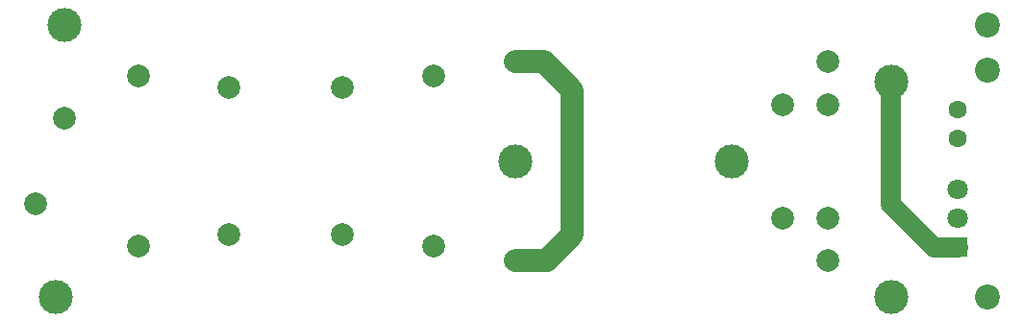
<source format=gtl>
G04*
G04 #@! TF.GenerationSoftware,Altium Limited,Altium Designer,22.10.1 (41)*
G04*
G04 Layer_Physical_Order=1*
G04 Layer_Color=255*
%FSLAX44Y44*%
%MOMM*%
G71*
G04*
G04 #@! TF.SameCoordinates,FA340068-F1DC-43B8-B5E1-3386DD3F2D8B*
G04*
G04*
G04 #@! TF.FilePolarity,Positive*
G04*
G01*
G75*
%ADD20C,2.0000*%
%ADD21C,1.8000*%
%ADD22C,3.0000*%
%ADD23C,2.0000*%
%ADD24C,2.2000*%
%ADD25C,1.8000*%
%ADD26R,1.8000X1.8000*%
%ADD27C,1.6000*%
D20*
X470000Y237500D02*
X495000Y212500D01*
Y85000D02*
Y212500D01*
X472500Y62500D02*
X495000Y85000D01*
X445000Y237500D02*
X470000D01*
X445000Y62500D02*
X472500D01*
D21*
X775000Y112500D02*
Y220000D01*
Y112500D02*
X812900Y74600D01*
X834000D01*
D22*
X635000Y150000D02*
D03*
X445000D02*
D03*
X776000Y30000D02*
D03*
Y220000D02*
D03*
X47700Y270000D02*
D03*
X40000Y30000D02*
D03*
D23*
X680000Y200000D02*
D03*
Y100000D02*
D03*
X720000Y200000D02*
D03*
Y100000D02*
D03*
X47700Y187500D02*
D03*
X22300Y112500D02*
D03*
X445000Y237500D02*
D03*
X720000D02*
D03*
X445000Y62500D02*
D03*
X720000D02*
D03*
X192500Y215000D02*
D03*
Y85000D02*
D03*
X292500Y215000D02*
D03*
Y85000D02*
D03*
X112500Y225000D02*
D03*
Y75000D02*
D03*
X372500D02*
D03*
Y225000D02*
D03*
X860000Y30000D02*
D03*
X47700Y270000D02*
D03*
X40000Y30000D02*
D03*
X860000Y270000D02*
D03*
Y230000D02*
D03*
D24*
D03*
Y270000D02*
D03*
Y30000D02*
D03*
D25*
X834000Y125400D02*
D03*
Y100000D02*
D03*
X47700Y270000D02*
D03*
X40000Y30000D02*
D03*
X860000Y230000D02*
D03*
Y270000D02*
D03*
Y30000D02*
D03*
D26*
X834000Y74600D02*
D03*
D27*
Y170000D02*
D03*
Y195400D02*
D03*
M02*

</source>
